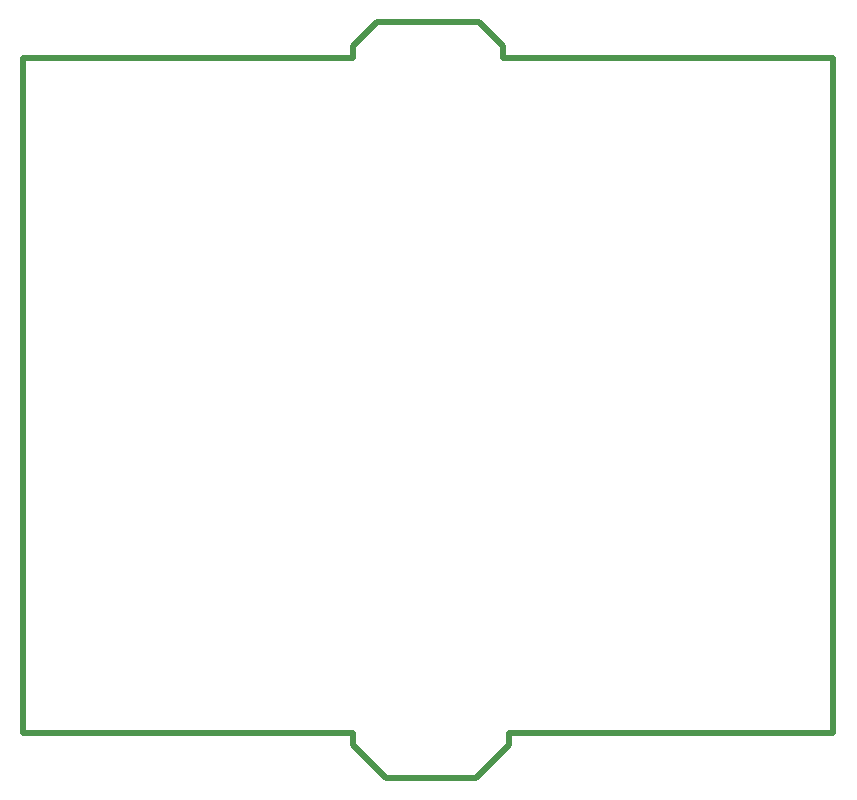
<source format=gko>
G04*
G04 #@! TF.GenerationSoftware,Altium Limited,Altium Designer,24.3.1 (35)*
G04*
G04 Layer_Color=16711935*
%FSLAX44Y44*%
%MOMM*%
G71*
G04*
G04 #@! TF.SameCoordinates,5EED45F6-1682-4EC0-A4BB-04ECB5DEF22F*
G04*
G04*
G04 #@! TF.FilePolarity,Positive*
G04*
G01*
G75*
%ADD37C,0.5080*%
D37*
X0Y0D02*
Y571500D01*
X279400D01*
Y581660D01*
X299720Y601980D01*
X386080D01*
X406400Y581660D01*
Y571500D02*
Y581660D01*
Y571500D02*
X685800D01*
Y0D02*
Y571500D01*
X411480Y0D02*
X685800D01*
X411480Y-10160D02*
Y0D01*
X383540Y-38100D02*
X411480Y-10160D01*
X307340Y-38100D02*
X383540D01*
X279400Y-10160D02*
X307340Y-38100D01*
X279400Y-10160D02*
Y0D01*
X0D02*
X279400D01*
M02*

</source>
